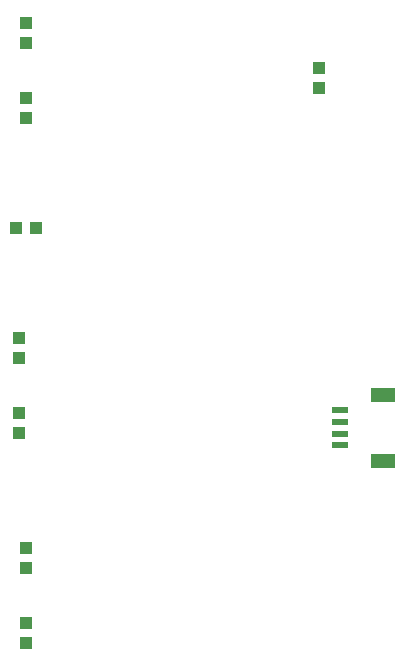
<source format=gtp>
G75*
%MOIN*%
%OFA0B0*%
%FSLAX24Y24*%
%IPPOS*%
%LPD*%
%AMOC8*
5,1,8,0,0,1.08239X$1,22.5*
%
%ADD10R,0.0787X0.0472*%
%ADD11R,0.0531X0.0236*%
%ADD12R,0.0394X0.0433*%
%ADD13R,0.0433X0.0394*%
D10*
X015747Y010828D03*
X015747Y013032D03*
D11*
X014300Y012521D03*
X014300Y012127D03*
X014300Y011733D03*
X014300Y011339D03*
D12*
X003850Y004765D03*
X003850Y005435D03*
X003850Y007265D03*
X003850Y007935D03*
X003600Y011765D03*
X003600Y012435D03*
X003600Y014265D03*
X003600Y014935D03*
X003840Y022265D03*
X003840Y022935D03*
X003860Y024765D03*
X003860Y025435D03*
X013600Y023935D03*
X013600Y023265D03*
D13*
X004185Y018600D03*
X003515Y018600D03*
M02*

</source>
